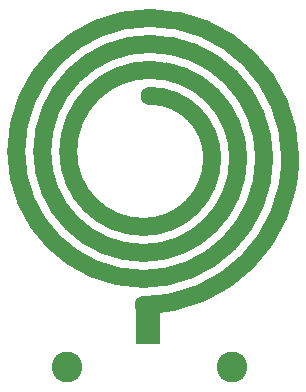
<source format=gbr>
%TF.GenerationSoftware,KiCad,Pcbnew,(6.0.11-0)*%
%TF.CreationDate,2023-05-05T09:17:23+02:00*%
%TF.ProjectId,Q17-PCB-Coil,5131372d-5043-4422-9d43-6f696c2e6b69,1.0*%
%TF.SameCoordinates,Original*%
%TF.FileFunction,Soldermask,Top*%
%TF.FilePolarity,Negative*%
%FSLAX46Y46*%
G04 Gerber Fmt 4.6, Leading zero omitted, Abs format (unit mm)*
G04 Created by KiCad (PCBNEW (6.0.11-0)) date 2023-05-05 09:17:23*
%MOMM*%
%LPD*%
G01*
G04 APERTURE LIST*
%ADD10C,1.500000*%
%ADD11R,2.000000X3.000000*%
%ADD12C,1.600000*%
%ADD13C,2.600000*%
G04 APERTURE END LIST*
D10*
%TO.C,L1*%
X110932724Y-96200001D02*
G75*
G03*
X119507723Y-104775000I8574999J0D01*
G01*
X129732721Y-96749998D02*
G75*
G03*
X120057723Y-87075000I-9674997J1D01*
G01*
X127532721Y-96749998D02*
G75*
G03*
X120057723Y-89275000I-7474997J1D01*
G01*
X119507725Y-109174998D02*
G75*
G03*
X131932723Y-96750000I-1J12424999D01*
G01*
X120057723Y-84875000D02*
G75*
G03*
X108732723Y-96200000I1J-11325001D01*
G01*
X119507724Y-104774999D02*
G75*
G03*
X127532723Y-96750000I-1J8025000D01*
G01*
X119507724Y-102574999D02*
G75*
G03*
X125332723Y-96750000I-1J5825000D01*
G01*
X119507726Y-106974997D02*
G75*
G03*
X129732723Y-96750000I1J10224996D01*
G01*
X120057722Y-89275001D02*
G75*
G03*
X113132723Y-96200000I-1J-6924998D01*
G01*
X120057722Y-87075001D02*
G75*
G03*
X110932723Y-96200000I-1J-9124998D01*
G01*
X125332723Y-96750000D02*
G75*
G03*
X120057723Y-91475000I-5275001J-1D01*
G01*
X131932722Y-96749999D02*
G75*
G03*
X120057723Y-84875000I-11875000J-1D01*
G01*
X113132725Y-96200002D02*
G75*
G03*
X119507723Y-102575000I6374999J1D01*
G01*
X108732724Y-96200001D02*
G75*
G03*
X119507723Y-106975000I10774999J0D01*
G01*
%TD*%
D11*
%TO.C,L1*%
X119857725Y-111025000D03*
X119857725Y-111025000D03*
X119857725Y-111025000D03*
X119857725Y-111025000D03*
D12*
X120057723Y-91475000D03*
%TD*%
D13*
%TO.C,J1-2*%
X113030000Y-114458853D03*
%TD*%
%TO.C,J1-1*%
X127000000Y-114458853D03*
%TD*%
M02*

</source>
